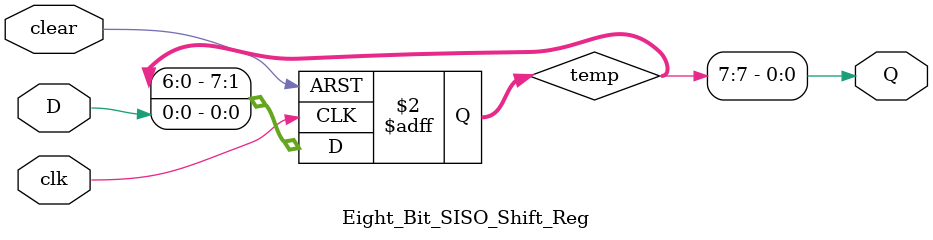
<source format=v>
module Eight_Bit_SISO_Shift_Reg(Q, D, clk, clear);
	
	output Q;
	input D, clk, clear;
	reg [7:0]temp;
	
	always @(posedge clk or posedge clear)
		begin
			if(clear)
				temp <= 8'b0;
			else
					temp <= {temp[6:0],D}; //conactinating temp 7 values and 1 D(data i/p) 
		end
		assign Q = temp[7]; //copying temp values to Q o/p

endmodule

</source>
